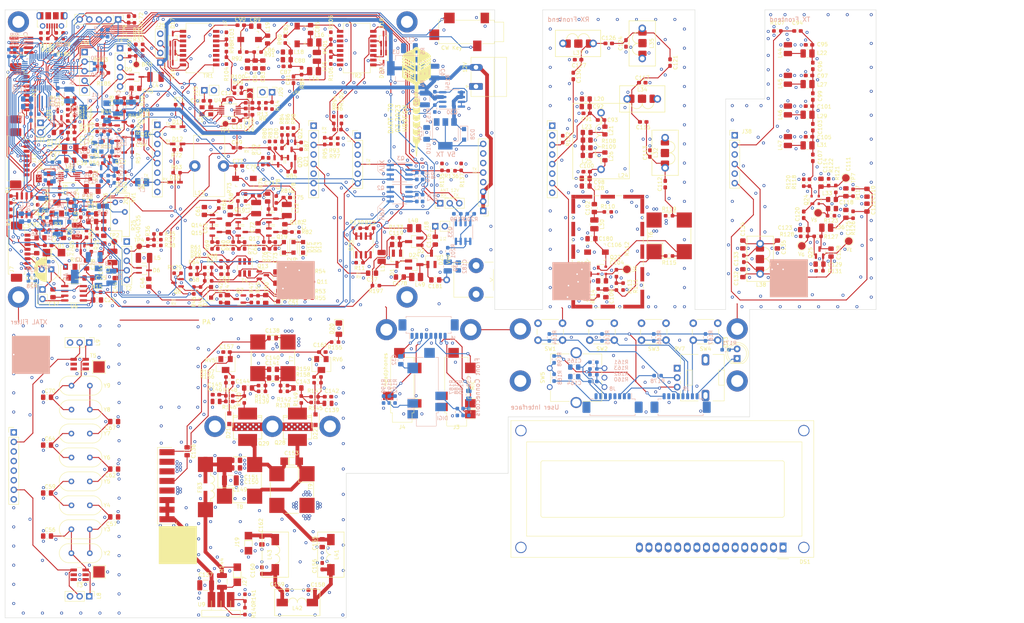
<source format=kicad_pcb>
(kicad_pcb (version 20211014) (generator pcbnew)

  (general
    (thickness 1.6)
  )

  (paper "A4")
  (title_block
    (title "DART-70 TRX")
    (date "2023-03-04")
    (rev "0")
    (company "HB9EGM")
  )

  (layers
    (0 "F.Cu" signal)
    (31 "B.Cu" signal)
    (32 "B.Adhes" user "B.Adhesive")
    (33 "F.Adhes" user "F.Adhesive")
    (34 "B.Paste" user)
    (35 "F.Paste" user)
    (36 "B.SilkS" user "B.Silkscreen")
    (37 "F.SilkS" user "F.Silkscreen")
    (38 "B.Mask" user)
    (39 "F.Mask" user)
    (40 "Dwgs.User" user "User.Drawings")
    (41 "Cmts.User" user "User.Comments")
    (42 "Eco1.User" user "User.Eco1")
    (43 "Eco2.User" user "User.Eco2")
    (44 "Edge.Cuts" user)
    (45 "Margin" user)
    (46 "B.CrtYd" user "B.Courtyard")
    (47 "F.CrtYd" user "F.Courtyard")
    (48 "B.Fab" user)
    (49 "F.Fab" user)
    (50 "User.1" user)
    (51 "User.2" user)
    (52 "User.3" user)
    (53 "User.4" user)
    (54 "User.5" user)
    (55 "User.6" user)
    (56 "User.7" user)
    (57 "User.8" user)
    (58 "User.9" user)
  )

  (setup
    (stackup
      (layer "F.SilkS" (type "Top Silk Screen"))
      (layer "F.Paste" (type "Top Solder Paste"))
      (layer "F.Mask" (type "Top Solder Mask") (thickness 0.01))
      (layer "F.Cu" (type "copper") (thickness 0.035))
      (layer "dielectric 1" (type "core") (thickness 1.51) (material "FR4") (epsilon_r 4.5) (loss_tangent 0.02))
      (layer "B.Cu" (type "copper") (thickness 0.035))
      (layer "B.Mask" (type "Bottom Solder Mask") (thickness 0.01))
      (layer "B.Paste" (type "Bottom Solder Paste"))
      (layer "B.SilkS" (type "Bottom Silk Screen"))
      (copper_finish "None")
      (dielectric_constraints no)
    )
    (pad_to_mask_clearance 0)
    (pcbplotparams
      (layerselection 0x0000130_ffffffff)
      (disableapertmacros false)
      (usegerberextensions false)
      (usegerberattributes true)
      (usegerberadvancedattributes true)
      (creategerberjobfile true)
      (svguseinch false)
      (svgprecision 6)
      (excludeedgelayer true)
      (plotframeref false)
      (viasonmask false)
      (mode 1)
      (useauxorigin false)
      (hpglpennumber 1)
      (hpglpenspeed 20)
      (hpglpendiameter 15.000000)
      (dxfpolygonmode true)
      (dxfimperialunits true)
      (dxfusepcbnewfont true)
      (psnegative false)
      (psa4output false)
      (plotreference true)
      (plotvalue true)
      (plotinvisibletext false)
      (sketchpadsonfab false)
      (subtractmaskfromsilk false)
      (outputformat 5)
      (mirror false)
      (drillshape 0)
      (scaleselection 1)
      (outputdirectory "out")
    )
  )

  (net 0 "")
  (net 1 "+12V")
  (net 2 "GND")
  (net 3 "Net-(C2-Pad1)")
  (net 4 "Net-(C3-Pad1)")
  (net 5 "+9VA")
  (net 6 "/MIC")
  (net 7 "Net-(C6-Pad2)")
  (net 8 "+5VA")
  (net 9 "Net-(C10-Pad1)")
  (net 10 "Net-(C11-Pad1)")
  (net 11 "Net-(C11-Pad2)")
  (net 12 "Net-(C14-Pad1)")
  (net 13 "Net-(C14-Pad2)")
  (net 14 "Net-(C15-Pad1)")
  (net 15 "/BFO")
  (net 16 "Net-(C16-Pad1)")
  (net 17 "Net-(C16-Pad2)")
  (net 18 "Net-(C17-Pad1)")
  (net 19 "/Antenna Switch/TX")
  (net 20 "Net-(C18-Pad1)")
  (net 21 "Net-(C18-Pad2)")
  (net 22 "Net-(C19-Pad1)")
  (net 23 "Net-(C19-Pad2)")
  (net 24 "Net-(C20-Pad1)")
  (net 25 "Net-(C20-Pad2)")
  (net 26 "Net-(C22-Pad1)")
  (net 27 "Net-(C23-Pad1)")
  (net 28 "Net-(C23-Pad2)")
  (net 29 "Net-(C25-Pad1)")
  (net 30 "Net-(C25-Pad2)")
  (net 31 "Net-(C26-Pad1)")
  (net 32 "Net-(C27-Pad1)")
  (net 33 "Net-(C27-Pad2)")
  (net 34 "Net-(C28-Pad1)")
  (net 35 "+VRX")
  (net 36 "Net-(C31-Pad1)")
  (net 37 "Net-(C33-Pad1)")
  (net 38 "/Baseband/VAGC")
  (net 39 "Net-(C37-Pad1)")
  (net 40 "Net-(C39-Pad1)")
  (net 41 "Net-(C39-Pad2)")
  (net 42 "Net-(C40-Pad2)")
  (net 43 "Net-(C41-Pad2)")
  (net 44 "Net-(C42-Pad1)")
  (net 45 "/Baseband/SPKR_OUT")
  (net 46 "Net-(C43-Pad2)")
  (net 47 "Net-(C44-Pad2)")
  (net 48 "Net-(C45-Pad1)")
  (net 49 "Net-(C45-Pad2)")
  (net 50 "Net-(C46-Pad1)")
  (net 51 "Net-(C46-Pad2)")
  (net 52 "Net-(C47-Pad1)")
  (net 53 "Net-(C47-Pad2)")
  (net 54 "Net-(C48-Pad1)")
  (net 55 "Net-(C48-Pad2)")
  (net 56 "Net-(C49-Pad1)")
  (net 57 "Net-(C49-Pad2)")
  (net 58 "Net-(C50-Pad1)")
  (net 59 "Net-(C51-Pad2)")
  (net 60 "Net-(C52-Pad1)")
  (net 61 "Net-(C53-Pad1)")
  (net 62 "Net-(C53-Pad2)")
  (net 63 "Net-(C54-Pad2)")
  (net 64 "Net-(C55-Pad1)")
  (net 65 "Net-(C55-Pad2)")
  (net 66 "Net-(C56-Pad2)")
  (net 67 "Net-(C57-Pad2)")
  (net 68 "Net-(C58-Pad1)")
  (net 69 "Net-(C59-Pad2)")
  (net 70 "Net-(C60-Pad2)")
  (net 71 "Net-(C61-Pad1)")
  (net 72 "Net-(C62-Pad2)")
  (net 73 "Net-(C63-Pad2)")
  (net 74 "Net-(C64-Pad2)")
  (net 75 "Net-(C65-Pad1)")
  (net 76 "Net-(C65-Pad2)")
  (net 77 "Net-(C66-Pad2)")
  (net 78 "Net-(C67-Pad2)")
  (net 79 "Net-(C68-Pad1)")
  (net 80 "Net-(C69-Pad1)")
  (net 81 "Net-(C69-Pad2)")
  (net 82 "Net-(C70-Pad2)")
  (net 83 "Net-(C71-Pad2)")
  (net 84 "Net-(C72-Pad1)")
  (net 85 "Net-(C72-Pad2)")
  (net 86 "Net-(C73-Pad2)")
  (net 87 "Net-(C74-Pad2)")
  (net 88 "Net-(C75-Pad2)")
  (net 89 "Net-(C76-Pad1)")
  (net 90 "Net-(C76-Pad2)")
  (net 91 "Net-(C78-Pad1)")
  (net 92 "Net-(C80-Pad1)")
  (net 93 "Net-(C80-Pad2)")
  (net 94 "Net-(C81-Pad1)")
  (net 95 "Net-(C81-Pad2)")
  (net 96 "Net-(C82-Pad1)")
  (net 97 "Net-(C82-Pad2)")
  (net 98 "Net-(C83-Pad2)")
  (net 99 "Net-(C86-Pad1)")
  (net 100 "Net-(C86-Pad2)")
  (net 101 "Net-(C87-Pad2)")
  (net 102 "Net-(C90-Pad2)")
  (net 103 "/70MHz VHF Frontend/VHF_RX")
  (net 104 "/70MHz VHF Frontend/TX_FROM_MIX")
  (net 105 "Net-(C94-Pad2)")
  (net 106 "Net-(C96-Pad2)")
  (net 107 "Net-(C100-Pad2)")
  (net 108 "Net-(C101-Pad2)")
  (net 109 "Net-(C102-Pad2)")
  (net 110 "Net-(C103-Pad1)")
  (net 111 "Net-(C104-Pad2)")
  (net 112 "Net-(C106-Pad1)")
  (net 113 "Net-(C107-Pad2)")
  (net 114 "Net-(C108-Pad1)")
  (net 115 "Net-(C109-Pad2)")
  (net 116 "/70MHz VHF Frontend/+VTX_FE")
  (net 117 "Net-(C111-Pad2)")
  (net 118 "Net-(C112-Pad1)")
  (net 119 "Net-(C112-Pad2)")
  (net 120 "Net-(C114-Pad2)")
  (net 121 "Net-(C115-Pad2)")
  (net 122 "Net-(C118-Pad2)")
  (net 123 "Net-(C120-Pad1)")
  (net 124 "Net-(C120-Pad2)")
  (net 125 "Net-(C121-Pad1)")
  (net 126 "Net-(C125-Pad2)")
  (net 127 "Net-(C126-Pad1)")
  (net 128 "Net-(C128-Pad1)")
  (net 129 "Net-(C128-Pad2)")
  (net 130 "Net-(C129-Pad1)")
  (net 131 "/70MHz VHF Frontend/RX_TO_MIX")
  (net 132 "/70MHz VHF Frontend/VHF_TX")
  (net 133 "Net-(C136-Pad2)")
  (net 134 "VGG1")
  (net 135 "Net-(C140-Pad1)")
  (net 136 "Net-(C140-Pad2)")
  (net 137 "Net-(C143-Pad1)")
  (net 138 "Net-(C143-Pad2)")
  (net 139 "Net-(C144-Pad1)")
  (net 140 "Net-(C144-Pad2)")
  (net 141 "VGG2")
  (net 142 "+3V3")
  (net 143 "/PA 70MHz/VG_5V")
  (net 144 "Net-(C155-Pad2)")
  (net 145 "Net-(C156-Pad2)")
  (net 146 "Net-(C159-Pad2)")
  (net 147 "/Control on separate board/ENC_B")
  (net 148 "/Control on separate board/ENC_A")
  (net 149 "/Control on separate board/3.3V_UI")
  (net 150 "Net-(C169-Pad1)")
  (net 151 "Net-(C171-Pad1)")
  (net 152 "Net-(C172-Pad1)")
  (net 153 "Net-(C173-Pad2)")
  (net 154 "Net-(C164-Pad2)")
  (net 155 "Net-(C176-Pad1)")
  (net 156 "Net-(C165-Pad1)")
  (net 157 "Net-(C116-Pad1)")
  (net 158 "Net-(D5-Pad1)")
  (net 159 "Net-(D5-Pad2)")
  (net 160 "Net-(D6-Pad1)")
  (net 161 "Net-(D6-Pad2)")
  (net 162 "Net-(D7-Pad2)")
  (net 163 "Net-(D8-Pad2)")
  (net 164 "Net-(C178-Pad1)")
  (net 165 "Net-(D10-Pad1)")
  (net 166 "Net-(D9-Pad2)")
  (net 167 "Net-(D11-Pad1)")
  (net 168 "Net-(D10-Pad2)")
  (net 169 "Net-(D13-Pad2)")
  (net 170 "Net-(D14-Pad2)")
  (net 171 "Net-(D15-Pad2)")
  (net 172 "Net-(D16-Pad1)")
  (net 173 "Net-(D16-Pad2)")
  (net 174 "Net-(D16-Pad3)")
  (net 175 "Net-(D17-Pad3)")
  (net 176 "Net-(D18-Pad1)")
  (net 177 "Net-(D18-Pad2)")
  (net 178 "Net-(D18-Pad3)")
  (net 179 "Net-(D19-Pad3)")
  (net 180 "Net-(D20-Pad2)")
  (net 181 "Net-(D21-Pad2)")
  (net 182 "/Control on separate board/STATUSn")
  (net 183 "Net-(D23-Pad2)")
  (net 184 "unconnected-(DS1-Pad1)")
  (net 185 "unconnected-(DS1-Pad2)")
  (net 186 "unconnected-(DS1-Pad3)")
  (net 187 "unconnected-(DS1-Pad4)")
  (net 188 "unconnected-(DS1-Pad5)")
  (net 189 "unconnected-(DS1-Pad6)")
  (net 190 "unconnected-(DS1-Pad7)")
  (net 191 "unconnected-(DS1-Pad8)")
  (net 192 "unconnected-(DS1-Pad9)")
  (net 193 "unconnected-(DS1-Pad10)")
  (net 194 "unconnected-(DS1-Pad11)")
  (net 195 "unconnected-(DS1-Pad12)")
  (net 196 "unconnected-(DS1-Pad13)")
  (net 197 "unconnected-(DS1-Pad14)")
  (net 198 "unconnected-(DS1-Pad15)")
  (net 199 "unconnected-(DS1-Pad16)")
  (net 200 "Net-(FB1-Pad2)")
  (net 201 "unconnected-(J3-PadNC)")
  (net 202 "Net-(C30-Pad2)")
  (net 203 "unconnected-(J3-PadR1)")
  (net 204 "Net-(J3-PadS)")
  (net 205 "Net-(J3-PadT)")
  (net 206 "unconnected-(J3-PadTN)")
  (net 207 "Net-(J4-PadR)")
  (net 208 "Net-(J4-PadTN)")
  (net 209 "/CW_RING")
  (net 210 "/CW_TIP")
  (net 211 "unconnected-(J5-PadTN)")
  (net 212 "Net-(C30-Pad1)")
  (net 213 "Net-(C32-Pad2)")
  (net 214 "Net-(C32-Pad1)")
  (net 215 "/Baseband/SPKR_DET")
  (net 216 "Net-(J8-Pad3)")
  (net 217 "Net-(J9-Pad2)")
  (net 218 "Net-(J9-Pad3)")
  (net 219 "Net-(J9-Pad4)")
  (net 220 "Net-(J9-Pad5)")
  (net 221 "unconnected-(J9-Pad6)")
  (net 222 "unconnected-(J12-Pad3)")
  (net 223 "/Baseband/GPIO_XTAL")
  (net 224 "/EN_VRX")
  (net 225 "/EN_VTX")
  (net 226 "Net-(D28-Pad1)")
  (net 227 "/Baseband/CW_KEYn")
  (net 228 "/Baseband/CW_TONE")
  (net 229 "/MIC_PTT")
  (net 230 "/Baseband/SPKR_VOL")
  (net 231 "/MUTE_MICn")
  (net 232 "/SDA")
  (net 233 "/SCL")
  (net 234 "/S_METER")
  (net 235 "/Baseband/VHF_IN")
  (net 236 "/Baseband/VHF_OUT")
  (net 237 "/CLK1")
  (net 238 "Net-(J22-Pad2)")
  (net 239 "+VTX")
  (net 240 "Net-(J24-Pad2)")
  (net 241 "unconnected-(J24-Pad4)")
  (net 242 "unconnected-(J24-Pad5)")
  (net 243 "Net-(J24-Pad7)")
  (net 244 "/Control on separate board/DISP_LAT")
  (net 245 "/Control on separate board/I2C2_SDA")
  (net 246 "/Control on separate board/I2C2_SCL")
  (net 247 "/Control on separate board/PC14")
  (net 248 "/Control on separate board/PC13")
  (net 249 "Net-(C93-Pad1)")
  (net 250 "/Control on separate board/USART1_TX")
  (net 251 "/Control on separate board/USART1_RX")
  (net 252 "/Control on separate board/PB15")
  (net 253 "unconnected-(J34-Pad1)")
  (net 254 "/Control on separate board/USB_DM")
  (net 255 "/Control on separate board/USB_DP")
  (net 256 "Net-(J34-Pad4)")
  (net 257 "/Control on separate board/SWCLK")
  (net 258 "/Control on separate board/SWDIO")
  (net 259 "/Control on separate board/RESETn")
  (net 260 "/LO1")
  (net 261 "Net-(L14-Pad1)")
  (net 262 "Net-(L15-Pad1)")
  (net 263 "Net-(L19-Pad1)")
  (net 264 "Net-(L21-Pad2)")
  (net 265 "Net-(L23-Pad2)")
  (net 266 "Net-(L25-Pad2)")
  (net 267 "Net-(Q1-Pad2)")
  (net 268 "Net-(Q2-Pad4)")
  (net 269 "Net-(Q3-Pad4)")
  (net 270 "Net-(Q6-Pad1)")
  (net 271 "Net-(Q7-Pad1)")
  (net 272 "Net-(Q10-Pad1)")
  (net 273 "Net-(Q10-Pad2)")
  (net 274 "Net-(Q11-Pad1)")
  (net 275 "Net-(Q11-Pad3)")
  (net 276 "Net-(Q13-Pad1)")
  (net 277 "Net-(Q14-Pad2)")
  (net 278 "Net-(Q14-Pad3)")
  (net 279 "Net-(Q16-Pad2)")
  (net 280 "Net-(Q18-Pad2)")
  (net 281 "Net-(Q20-Pad1)")
  (net 282 "Net-(Q21-Pad1)")
  (net 283 "Net-(Q23-Pad1)")
  (net 284 "Net-(Q24-Pad4)")
  (net 285 "/70MHz VHF Frontend/+VRX_FE")
  (net 286 "Net-(Q30-Pad4)")
  (net 287 "Net-(R22-Pad2)")
  (net 288 "Net-(R23-Pad2)")
  (net 289 "Net-(R28-Pad2)")
  (net 290 "Net-(R31-Pad1)")
  (net 291 "Net-(R31-Pad2)")
  (net 292 "Net-(R35-Pad1)")
  (net 293 "Net-(R36-Pad1)")
  (net 294 "Net-(R93-Pad1)")
  (net 295 "Net-(R103-Pad2)")
  (net 296 "Net-(R104-Pad2)")
  (net 297 "Net-(R100-Pad1)")
  (net 298 "Net-(R101-Pad1)")
  (net 299 "Net-(R111-Pad2)")
  (net 300 "Net-(R140-Pad1)")
  (net 301 "Net-(J27-Pad1)")
  (net 302 "Net-(R157-Pad1)")
  (net 303 "Net-(R159-Pad1)")
  (net 304 "Net-(R160-Pad1)")
  (net 305 "Net-(R161-Pad2)")
  (net 306 "/Control on separate board/BTN0")
  (net 307 "/Control on separate board/BTN1")
  (net 308 "/Control on separate board/BTN2")
  (net 309 "/Control on separate board/BTN3")
  (net 310 "Net-(R168-Pad1)")
  (net 311 "/Control on separate board/ENC_BTN")
  (net 312 "/Control on separate board/XTAL1")
  (net 313 "/Control on separate board/XTAL2")
  (net 314 "/Control on separate board/PWM_CW")
  (net 315 "/Control on separate board/MUTE_SPKR")
  (net 316 "Net-(R178-Pad2)")
  (net 317 "Net-(R179-Pad2)")
  (net 318 "Net-(R180-Pad2)")
  (net 319 "/Control on separate board/BOOT0")
  (net 320 "/Control on separate board/BOOT1")
  (net 321 "unconnected-(T3-Pad2)")
  (net 322 "unconnected-(T5-Pad2)")
  (net 323 "unconnected-(TR1-Pad10)")
  (net 324 "unconnected-(TR1-Pad15)")
  (net 325 "unconnected-(TR2-Pad10)")
  (net 326 "unconnected-(TR2-Pad15)")
  (net 327 "Net-(U4-Pad3)")
  (net 328 "Net-(D23-Pad1)")
  (net 329 "Net-(D22-Pad2)")
  (net 330 "unconnected-(T4-Pad2)")
  (net 331 "/Antenna Switch/RX")
  (net 332 "Net-(C38-Pad1)")
  (net 333 "Net-(L22-Pad2)")
  (net 334 "Net-(L27-Pad2)")
  (net 335 "Net-(L29-Pad2)")
  (net 336 "Net-(L31-Pad2)")
  (net 337 "unconnected-(U11-Pad1)")
  (net 338 "Net-(C119-Pad1)")
  (net 339 "/Antenna Switch/ANT")
  (net 340 "/Antenna Switch/V_{PIN}")
  (net 341 "Net-(Q26-Pad5)")
  (net 342 "Net-(Q26-Pad7)")
  (net 343 "/TX_to_PA")
  (net 344 "/Baseband/AGC_to_METER")
  (net 345 "Net-(C136-Pad1)")
  (net 346 "/PA 70MHz/V_{DD}")
  (net 347 "Net-(C154-Pad1)")
  (net 348 "Net-(C137-Pad1)")
  (net 349 "Net-(C181-Pad2)")
  (net 350 "Net-(FB3-Pad1)")
  (net 351 "Net-(J16-Pad5)")
  (net 352 "Net-(C162-Pad2)")
  (net 353 "Net-(J8-Pad2)")
  (net 354 "Net-(J8-Pad5)")
  (net 355 "Net-(Q1-Pad4)")
  (net 356 "Net-(C148-Pad2)")
  (net 357 "Net-(Q28-Pad1)")
  (net 358 "Net-(Q29-Pad1)")
  (net 359 "Net-(C147-Pad2)")
  (net 360 "Net-(C163-Pad1)")
  (net 361 "Net-(C163-Pad2)")
  (net 362 "Net-(C177-Pad2)")
  (net 363 "Net-(J7-Pad4)")
  (net 364 "unconnected-(J28-PadNC)")
  (net 365 "Net-(J28-PadR1)")
  (net 366 "Net-(J28-PadR2)")
  (net 367 "unconnected-(J28-PadTN)")
  (net 368 "Net-(Q27-Pad1)")
  (net 369 "Net-(Q32-Pad1)")
  (net 370 "Net-(C182-Pad2)")
  (net 371 "/VOX_PTTn")
  (net 372 "Net-(D11-Pad2)")
  (net 373 "/EN_PA")
  (net 374 "Net-(JP2-Pad2)")
  (net 375 "Net-(Q33-Pad4)")
  (net 376 "Net-(Q33-Pad5)")
  (net 377 "unconnected-(D1-Pad2)")
  (net 378 "unconnected-(D2-Pad2)")
  (net 379 "unconnected-(D24-Pad2)")
  (net 380 "unconnected-(D25-Pad2)")

  (footprint "Capacitor_SMD:C_0603_1608Metric_Pad1.08x0.95mm_HandSolder" (layer "F.Cu") (at 30.48 52.832 180))

  (footprint "Resistor_SMD:R_0603_1608Metric_Pad0.98x0.95mm_HandSolder" (layer "F.Cu") (at 224.663 66.167 -90))

  (footprint "Crystal:Crystal_HC49-U_Vertical" (layer "F.Cu") (at 30.531 145.41))

  (footprint "Resistor_SMD:R_0603_1608Metric_Pad0.98x0.95mm_HandSolder" (layer "F.Cu") (at 72.42 119.228))

  (footprint "Resistor_SMD:R_0603_1608Metric_Pad0.98x0.95mm_HandSolder" (layer "F.Cu") (at 89.916 79.248))

  (footprint "Package_SO:MSOP-10_3x3mm_P0.5mm" (layer "F.Cu") (at 29.972 64.516))

  (footprint "mpb:four_4mm_pads_narrow" (layer "F.Cu") (at 83.85 112.624 -90))

  (footprint "Potentiometer_SMD:Potentiometer_Bourns_3214W_Vertical" (layer "F.Cu") (at 23.368 65.024 -90))

  (footprint "Potentiometer_SMD:Potentiometer_Bourns_3214W_Vertical" (layer "F.Cu") (at 26.67 72.898 180))

  (footprint "Resistor_SMD:R_0603_1608Metric_Pad0.98x0.95mm_HandSolder" (layer "F.Cu") (at 237.744 74.676 90))

  (footprint "Capacitor_SMD:C_0603_1608Metric_Pad1.08x0.95mm_HandSolder" (layer "F.Cu") (at 183.896 58.42 -90))

  (footprint "Resistor_SMD:R_0603_1608Metric_Pad0.98x0.95mm_HandSolder" (layer "F.Cu") (at 59.0785 45.466))

  (footprint "Capacitor_SMD:C_0603_1608Metric_Pad1.08x0.95mm_HandSolder" (layer "F.Cu") (at 42.672 44.45 90))

  (footprint "Resistor_SMD:R_0603_1608Metric_Pad0.98x0.95mm_HandSolder" (layer "F.Cu") (at 228.346 80.391 180))

  (footprint "Capacitor_SMD:C_0805_2012Metric_Pad1.18x1.45mm_HandSolder" (layer "F.Cu") (at 83.977 115.672))

  (footprint "Capacitor_SMD:C_0805_2012Metric_Pad1.18x1.45mm_HandSolder" (layer "F.Cu") (at 83.9555 117.958))

  (footprint "Diode_SMD:D_SOD-123F" (layer "F.Cu") (at 86.868 83.312 90))

  (footprint "Resistor_SMD:R_0603_1608Metric_Pad0.98x0.95mm_HandSolder" (layer "F.Cu") (at 48.514 32.507 180))

  (footprint "mpb:PLD-1.5W" (layer "F.Cu") (at 77.246 130.912))

  (footprint "Capacitor_SMD:C_0805_2012Metric_Pad1.18x1.45mm_HandSolder" (layer "F.Cu") (at 61.214 137.414 -90))

  (footprint "Capacitor_SMD:C_0805_2012Metric_Pad1.18x1.45mm_HandSolder" (layer "F.Cu") (at 208.534 82.55 -90))

  (footprint "Inductor_SMD:L_1008_2520Metric_Pad1.43x2.20mm_HandSolder" (layer "F.Cu") (at 220.472 30.734 90))

  (footprint "Package_TO_SOT_SMD:SOT-23" (layer "F.Cu") (at 58.674 92.71 180))

  (footprint "MountingHole:MountingHole_3.2mm_M3_DIN965_Pad" (layer "F.Cu") (at 149.536 104.956))

  (footprint "Resistor_SMD:R_0603_1608Metric_Pad0.98x0.95mm_HandSolder" (layer "F.Cu") (at 46.6575 52.07 90))

  (footprint "TestPoint:TestPoint_Pad_3.0x3.0mm" (layer "F.Cu") (at 37.846 169.418))

  (footprint "Capacitor_SMD:C_0805_2012Metric_Pad1.18x1.45mm_HandSolder" (layer "F.Cu") (at 168.402 81.026 180))

  (footprint "Inductor_SMD:L_1008_2520Metric_Pad1.43x2.20mm_HandSolder" (layer "F.Cu") (at 94.957 28.956))

  (footprint "Connector_PinHeader_1.27mm:PinHeader_2x04_P1.27mm_Vertical_SMD" (layer "F.Cu") (at 17.272 29.718))

  (footprint "Capacitor_SMD:C_0805_2012Metric_Pad1.18x1.45mm_HandSolder" (layer "F.Cu") (at 97.028 161.798 90))

  (footprint "Capacitor_SMD:C_0603_1608Metric_Pad1.08x0.95mm_HandSolder" (layer "F.Cu") (at 40.8155 51.562 90))

  (footprint "Connector_Phoenix_MC_HighVoltage:PhoenixContact_MC_1,5_2-G-5.08_1x02_P5.08mm_Horizontal" (layer "F.Cu") (at 137.7835 40.64 90))

  (footprint "Inductor_SMD:L_1008_2520Metric_Pad1.43x2.20mm_HandSolder" (layer "F.Cu") (at 220.472 55.118 90))

  (footprint "Connector_PinHeader_2.54mm:PinHeader_1x03_P2.54mm_Vertical" (layer "F.Cu") (at 128.285 71.628 90))

  (footprint "Capacitor_SMD:C_0805_2012Metric_Pad1.18x1.45mm_HandSolder" (layer "F.Cu") (at 82.042 97.028 -90))

  (footprint "Capacitor_SMD:C_0603_1608Metric_Pad1.08x0.95mm_HandSolder" (layer "F.Cu") (at 89.408 38.862 90))

  (footprint "Resistor_SMD:R_0603_1608Metric_Pad0.98x0.95mm_HandSolder" (layer "F.Cu") (at 39.7995 48.768))

  (footprint "Inductor_SMD:L_0805_2012Metric_Pad1.15x1.40mm_HandSolder" (layer "F.Cu") (at 167.132 52.832 180))

  (footprint "TestPoint:TestPoint_Pad_D2.0mm" (layer "F.Cu") (at 236.601 81.661 -90))

  (footprint "Resistor_SMD:R_0603_1608Metric_Pad0.98x0.95mm_HandSolder" (layer "F.Cu") (at 72.39 124.206 180))

  (footprint "Package_TO_SOT_SMD:SOT-323_SC-70_Handsoldering" (layer "F.Cu") (at 57.404 27.9185 90))

  (footprint "Resistor_SMD:R_0603_1608Metric_Pad0.98x0.95mm_HandSolder" (layer "F.Cu") (at 76.543 179.822 -90))

  (footprint "Resistor_SMD:R_0603_1608Metric_Pad0.98x0.95mm_HandSolder" (layer "F.Cu") (at 74.676 70.104 -90))

  (footprint "Capacitor_SMD:C_0603_1608Metric_Pad1.08x0.95mm_HandSolder" (layer "F.Cu") (at 76.454 82.804 90))

  (footprint "Potentiometer_SMD:Potentiometer_Bourns_3214W_Vertical" (layer "F.Cu") (at 96.804 114.402))

  (footprint "Capacitor_SMD:C_0805_2012Metric_Pad1.18x1.45mm_HandSolder" (layer "F.Cu") (at 241.427 68.834 90))

  (footprint "Capacitor_SMD:C_0805_2012Metric_Pad1.18x1.45mm_HandSolder" (layer "F.Cu") (at 41.871 129.535 180))

  (footprint "Capacitor_SMD:C_0805_2012Metric_Pad1.18x1.45mm_HandSolder" (layer "F.Cu") (at 79.248 34.798 -90))

  (footprint "Crystal:Crystal_HC49-U_Vertical" (layer "F.Cu") (at 35.431 120.01 180))

  (footprint "Jumper:SolderJumper-2_P1.3mm_Open_TrianglePad1.0x1.5mm" (layer "F.Cu") (at 77.8775 42.418 90))

  (footprint "Capacitor_SMD:C_0805_2012Metric_Pad1.18x1.45mm_HandSolder" (layer "F.Cu") (at 232.156 73.025 180))

  (footprint "Resistor_SMD:R_0603_1608Metric_Pad0.98x0.95mm_HandSolder" (layer "F.Cu") (at 89.408 52.578 -90))

  (footprint "Resistor_SMD:R_0603_1608Metric_Pad0.98x0.95mm_HandSolder" (layer "F.Cu") (at 228.854 89.535 180))

  (footprint "Resistor_SMD:R_0603_1608Metric_Pad0.98x0.95mm_HandSolder" (layer "F.Cu") (at 231.902 74.93))

  (footprint "Capacitor_SMD:C_0805_2012Metric_Pad1.18x1.45mm_HandSolder" (layer "F.Cu")
    (tedit 5F68FEEF) (tstamp 1bafce3e-a05c-40ee-9ab1-dbf1bce75a0d)
    (at 241.427 72.771 -90)
    (descr "Capacitor SMD 0805 (2012 Metric), square (rectangular) end terminal, IPC_7351 nominal with elongated pad for handsoldering. (Body size source: IPC-SM-782 page 76, https://www.pcb-3d.com/wordpress/wp-content/uploads/ipc-sm-782a_amendment_1_and_2.pdf, https://docs.google.com/spreadsheets/d/1BsfQQcO9C6DZCsRaXUlFlo91Tg2WpOkGARC1WS5S8t0/edit?usp=sharing), generated with kicad-footprint-generator")
    (tags "capacitor handsolder")
    (property "MPN" "VJ0805A103KXJTBC")
    (property "Need_order" "0")
    (property "Sheetfile" "frontend_70.kicad_sch")
    (property "Sheetname" "70MHz VHF Frontend")
    (path "/8cbb5345-c7a6-41b7-8a2a-794c3d5f0f34/993db2c0-eaca-475f-914a-6dcd5e59646b")
    (attr smd)
    (fp_text reference "C122" (at 0 -1.68 90) (layer "F.SilkS")
      (effects (font (size 1 1) (thickness 0.15)))
      (tstamp 7f95ec9b-8f9d-490f-889a-fd4e13f43033)
    )
    (fp_text value "10nF" (at 0 1.68 90) (layer "F.Fab")
      (effects (font (size 1 1) (thickness 0.15)))
      (tstamp 28f981c1-9d55-4766-b660-604fc9a667a3)
    )
    (fp_text user "${REFERENCE}" (at 0 0 90) (layer "F.Fab")
      (effects (font (size 0.5 0.5) (thickness 0.08)))
      (tstamp 8ee67f41-f96b-4695-98c0-1178b1f8db3a)
    )
    (fp_line (start -0.261252 -0.735) (end 0.261252 -0.735) (layer "F.SilkS") (width 0.12) (tstamp 3b328fc6-8bad-4959-9c93-f89f1e104038))
    (fp_line (start -0.261252 0.735) (end 0.261252 0.735) (layer "F.SilkS") (width 0.12) (tstamp 88932045-c8b3-4dac-9793-5759f687f195))
    (fp_line (start 1.88 -0.98) (end 1.88 0.98) (layer "F.CrtYd") (width 0.05) (tstamp 1eee918f-d4c6-439b-a8fb-36f57fb150de))
    (fp_line (start -1.88 0.98) (end -1.88 -0.98) (layer "F.CrtYd") (width 0.05) (tstamp 6848395e-0e0c-4133-9e34-99b6360aa7b3))
    (fp_line (start -1.88 -0.98) (end 1.88 -0.98) (layer "F.CrtYd") (width 0.05) (tstamp d66772d1-aaff-4b30-9c19-d84c1a0c1ee8))
    (fp_line (start 1.88 0.98) (end -1.88 0.98) (layer "F.CrtYd") (width 0.05) (tstamp fa51e41e-4fd7-41c7-a14d-556af675cc12))
    (fp_line (start 1 -0.625) (end 1 0.625) (layer "F.Fab") (width 0.1) (tstamp 25099b36-b9e6-4234-8b66-edd2c58b8c29))
    (fp_line (start 1 0.625) (end -1 0.625) (layer "F.Fab") (width 0.1) (tstamp 3c1b96f8-a66f-4a25-abf5-186d45351a20))
    (fp_line (start -1 0.625) (end -1 -0.625) (layer "F.Fab") (width 0.1) (tst
... [2381050 chars truncated]
</source>
